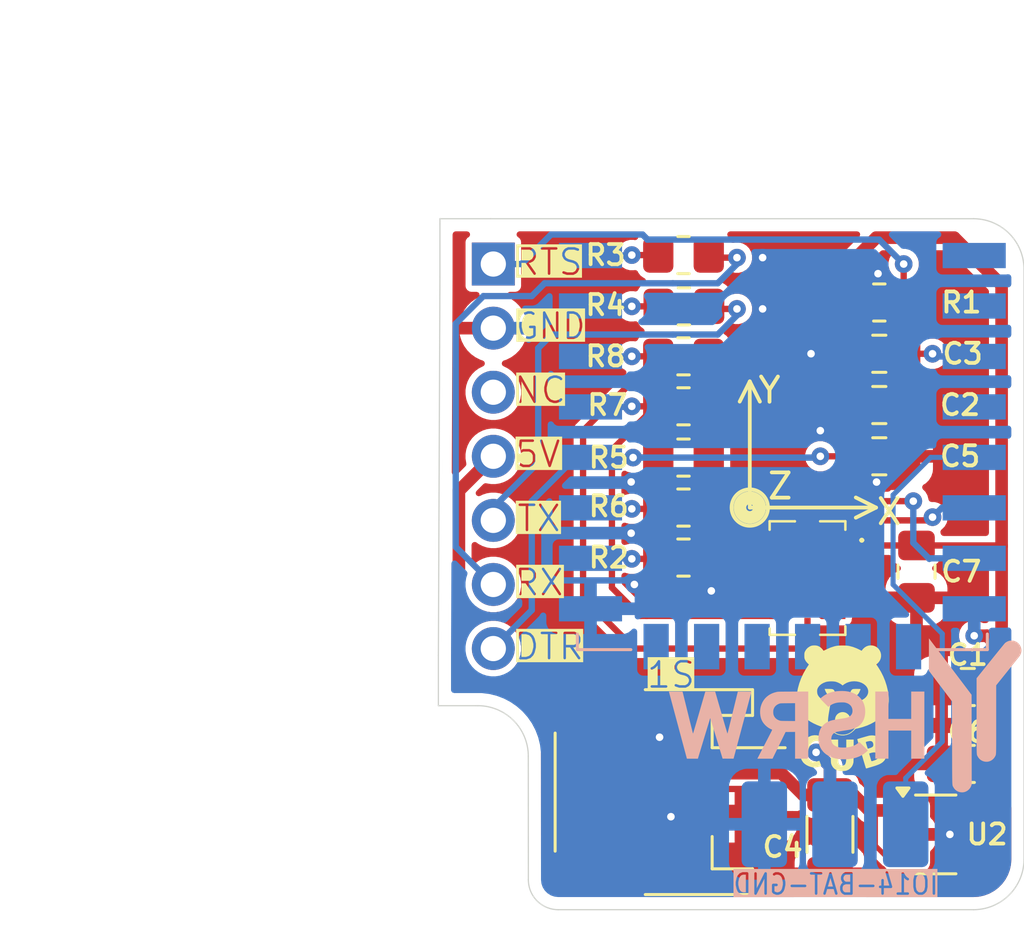
<source format=kicad_pcb>
(kicad_pcb (version 20241229) (generator "pcbnew") (generator_version "9.0")
  (title_block (comment 4 "AISLER Project ID: EQVITUXY"))
  (layers (0 "F.Cu" signal) (2 "B.Cu" signal) (13 "F.Paste" user) (15 "B.Paste" user) (5 "F.SilkS" user "F.Silkscreen") (7 "B.SilkS" user "B.Silkscreen") (1 "F.Mask" user) (3 "B.Mask" user) (25 "Edge.Cuts" user))
  (net 0 "")
  (net 1 "RTS")
  (net 2 "GND")
  (net 3 "DTR")
  (net 4 "+3V3")
  (net 5 "5VFTDI")
  (net 9 "SDA")
  (net 10 "SCL")
  (net 12 "INT_ACC")
  (net 13 "INT_GYR")
  (net 15 "RX")
  (net 16 "TX")
  (net 17 "Net-(U1-GPIO1{slash}TXD)")
  (net 18 "Net-(U1-GPIO3{slash}RXD)")
  (net 19 "Net-(U1-GPIO2)")
  (net 20 "Net-(U1-GPIO15)")
  (net 24 "PWM")
  (footprint "Capacitor_SMD:C_0805_2012Metric_Pad1.18x1.45mm_HandSolder" (layer "F.Cu") (at 165.4048 102.616)
    (property "Reference" "C5" (at 3.2004 0 0) (layer "F.SilkS") (effects (font (size 0.8 0.8))))
    (property "Value" "1u")
    (pad "1" smd roundrect (at -1.0375 0) (size 1.175 1.45) (layers "F.Cu" "F.Mask" "F.Paste") (roundrect_rratio 0.212766) (net 3 "DTR"))
    (pad "2" smd roundrect (at 1.0375 0) (size 1.175 1.45) (layers "F.Cu" "F.Mask" "F.Paste") (roundrect_rratio 0.212766) (net 2 "GND"))
  )
  (footprint "Resistor_SMD:R_0805_2012Metric_Pad1.20x1.40mm_HandSolder" (layer "F.Cu") (at 157.6484 94.6404)
    (property "Reference" "R3" (at -3.0894 0 0) (layer "F.SilkS") (effects (font (size 0.8 0.8))))
    (property "Value" "470R")
    (pad "1" smd roundrect (at -1 0) (size 1.2 1.4) (layers "F.Cu" "F.Mask" "F.Paste") (roundrect_rratio 0.208333) (net 17 "Net-(U1-GPIO1{slash}TXD)"))
    (pad "2" smd roundrect (at 1 0) (size 1.2 1.4) (layers "F.Cu" "F.Mask" "F.Paste") (roundrect_rratio 0.208333) (net 15 "RX"))
  )
  (footprint "Capacitor_SMD:C_0805_2012Metric_Pad1.18x1.45mm_HandSolder" (layer "F.Cu") (at 166.878 107.188 -90)
    (property "Reference" "C7" (at 0 -1.778 180) (layer "F.SilkS") (effects (font (size 0.8 0.8))))
    (property "Value" "1u")
    (pad "1" smd roundrect (at -1.0375 0 270) (size 1.175 1.45) (layers "F.Cu" "F.Mask" "F.Paste") (roundrect_rratio 0.212766) (net 4 "+3V3"))
    (pad "2" smd roundrect (at 1.0375 0 270) (size 1.175 1.45) (layers "F.Cu" "F.Mask" "F.Paste") (roundrect_rratio 0.212766) (net 2 "GND"))
  )
  (footprint "Resistor_SMD:R_0805_2012Metric_Pad1.20x1.40mm_HandSolder" (layer "F.Cu") (at 157.6484 98.6536 180)
    (property "Reference" "R8" (at 3.0894 0 0) (layer "F.SilkS") (effects (font (size 0.8 0.8))))
    (property "Value" "10k")
    (pad "1" smd roundrect (at -1 0 180) (size 1.2 1.4) (layers "F.Cu" "F.Mask" "F.Paste") (roundrect_rratio 0.208333) (net 4 "+3V3"))
    (pad "2" smd roundrect (at 1 0 180) (size 1.2 1.4) (layers "F.Cu" "F.Mask" "F.Paste") (roundrect_rratio 0.208333) (net 10 "SCL"))
  )
  (footprint "Resistor_SMD:R_0805_2012Metric_Pad1.20x1.40mm_HandSolder" (layer "F.Cu") (at 157.6644 96.6724)
    (property "Reference" "R4" (at -3.1054 -0.0508 0) (layer "F.SilkS") (effects (font (size 0.8 0.8))))
    (property "Value" "470R")
    (pad "1" smd roundrect (at -1 0) (size 1.2 1.4) (layers "F.Cu" "F.Mask" "F.Paste") (roundrect_rratio 0.208333) (net 18 "Net-(U1-GPIO3{slash}RXD)"))
    (pad "2" smd roundrect (at 1 0) (size 1.2 1.4) (layers "F.Cu" "F.Mask" "F.Paste") (roundrect_rratio 0.208333) (net 16 "TX"))
  )
  (footprint "Capacitor_SMD:C_1206_3216Metric_Pad1.33x1.80mm_HandSolder" (layer "F.Cu") (at 163.45 117.6 -90)
    (property "Reference" "C4" (at 0.5 1.8736 0) (layer "F.SilkS") (effects (font (size 0.8 0.8))))
    (property "Value" "10u")
    (pad "1" smd roundrect (at -1.5625 0 270) (size 1.325 1.8) (layers "F.Cu" "F.Mask" "F.Paste") (roundrect_rratio 0.188679) (net 5 "5VFTDI"))
    (pad "2" smd roundrect (at 1.5625 0 270) (size 1.325 1.8) (layers "F.Cu" "F.Mask" "F.Paste") (roundrect_rratio 0.188679) (net 2 "GND"))
  )
  (footprint "Package_TO_SOT_SMD:SOT-23-5" (layer "F.Cu") (at 167.64 117.602)
    (property "Reference" "U2" (at 2.032 0 0) (layer "F.SilkS") (effects (font (size 0.8 0.8))))
    (property "Value" "TLV755P")
    (pad "1" smd roundrect (at -1.1375 -0.95) (size 1.325 0.6) (layers "F.Cu" "F.Mask" "F.Paste") (net 5 "5VFTDI"))
    (pad "2" smd roundrect (at -1.1375 0) (size 1.325 0.6) (layers "F.Cu" "F.Mask" "F.Paste") (net 2 "GND"))
    (pad "3" smd roundrect (at -1.1375 0.95) (size 1.325 0.6) (layers "F.Cu" "F.Mask" "F.Paste") (net 5 "5VFTDI"))
    (pad "4" smd roundrect (at 1.1375 0.95) (size 1.325 0.6) (layers "F.Cu" "F.Mask" "F.Paste"))
    (pad "5" smd roundrect (at 1.1375 -0.95) (size 1.325 0.6) (layers "F.Cu" "F.Mask" "F.Paste") (net 4 "+3V3"))
  )
  (footprint "01_MyLibrary:hsrwBS" (layer "F.Cu") (at 164.05 113.03)
    (property "Reference" "GL2" (hide yes))
    (property "Value" "~" (hide yes))
  )
  (footprint "Capacitor_SMD:C_0805_2012Metric_Pad1.18x1.45mm_HandSolder" (layer "F.Cu") (at 168.91 111.76 180)
    (property "Reference" "C1" (at 0 1.27 180) (layer "F.SilkS") (effects (font (size 0.8 0.8))))
    (property "Value" "1u")
    (pad "1" smd roundrect (at -1.0375 0 180) (size 1.175 1.45) (layers "F.Cu" "F.Mask" "F.Paste") (roundrect_rratio 0.212766) (net 4 "+3V3"))
    (pad "2" smd roundrect (at 1.0375 0 180) (size 1.175 1.45) (layers "F.Cu" "F.Mask" "F.Paste") (roundrect_rratio 0.212766) (net 2 "GND"))
  )
  (footprint "Connector_PinHeader_2.54mm:PinHeader_1x07_P2.54mm_Vertical" (layer "F.Cu") (at 150.114 94.996)
    (property "Reference" "J1" (hide yes))
    (property "Value" "FTDI")
    (pad "1" thru_hole rect (at 0 0) (size 1.7 1.7) (drill 1) (layers "*.Cu" "*.Mask") (net 1 "RTS"))
    (pad "2" thru_hole oval (at 0 2.54) (size 1.7 1.7) (drill 1) (layers "*.Cu" "*.Mask") (net 2 "GND"))
    (pad "3" thru_hole oval (at 0 5.08) (size 1.7 1.7) (drill 1) (layers "*.Cu" "*.Mask"))
    (pad "4" thru_hole oval (at 0 7.62) (size 1.7 1.7) (drill 1) (layers "*.Cu" "*.Mask") (net 5 "5VFTDI"))
    (pad "5" thru_hole oval (at 0 10.16) (size 1.7 1.7) (drill 1) (layers "*.Cu" "*.Mask") (net 16 "TX"))
    (pad "6" thru_hole oval (at 0 12.7) (size 1.7 1.7) (drill 1) (layers "*.Cu" "*.Mask") (net 15 "RX"))
    (pad "7" thru_hole oval (at 0 15.24) (size 1.7 1.7) (drill 1) (layers "*.Cu" "*.Mask") (net 3 "DTR"))
  )
  (footprint "Capacitor_SMD:C_0805_2012Metric_Pad1.18x1.45mm_HandSolder" (layer "F.Cu") (at 165.4048 100.584)
    (property "Reference" "C2" (at 3.2004 0 0) (layer "F.SilkS") (effects (font (size 0.8 0.8))))
    (property "Value" "1u")
    (pad "1" smd roundrect (at -1.0375 0) (size 1.175 1.45) (layers "F.Cu" "F.Mask" "F.Paste") (roundrect_rratio 0.212766) (net 3 "DTR"))
    (pad "2" smd roundrect (at 1.0375 0) (size 1.175 1.45) (layers "F.Cu" "F.Mask" "F.Paste") (roundrect_rratio 0.212766) (net 1 "RTS"))
  )
  (footprint "01_MyLibrary:CUB_tag" (layer "F.Cu") (at 163.95 112.6)
    (property "Reference" "GL1" (hide yes))
    (property "Value" "~" (hide yes))
  )
  (footprint "Resistor_SMD:R_0805_2012Metric_Pad1.20x1.40mm_HandSolder" (layer "F.Cu") (at 157.6484 102.6668 180)
    (property "Reference" "R5" (at 2.9624 0 0) (layer "F.SilkS") (effects (font (size 0.8 0.8))))
    (property "Value" "10k")
    (pad "1" smd roundrect (at -1 0 180) (size 1.2 1.4) (layers "F.Cu" "F.Mask" "F.Paste") (roundrect_rratio 0.208333) (net 4 "+3V3"))
    (pad "2" smd roundrect (at 1 0 180) (size 1.2 1.4) (layers "F.Cu" "F.Mask" "F.Paste") (roundrect_rratio 0.208333) (net 3 "DTR"))
  )
  (footprint "Resistor_SMD:R_0805_2012Metric_Pad1.20x1.40mm_HandSolder" (layer "F.Cu") (at 157.6484 104.648 180)
    (property "Reference" "R6" (at 2.9624 0.0508 0) (layer "F.SilkS") (effects (font (size 0.8 0.8))))
    (property "Value" "10k")
    (pad "1" smd roundrect (at -1 0 180) (size 1.2 1.4) (layers "F.Cu" "F.Mask" "F.Paste") (roundrect_rratio 0.208333) (net 4 "+3V3"))
    (pad "2" smd roundrect (at 1 0 180) (size 1.2 1.4) (layers "F.Cu" "F.Mask" "F.Paste") (roundrect_rratio 0.208333) (net 19 "Net-(U1-GPIO2)"))
  )
  (footprint "01_MyLibrary:BMI088" (layer "F.Cu") (at 162.56 107.442 -90)
    (property "Reference" "IC1" (hide yes))
    (property "Value" "BMI088" (hide yes))
    (pad "1" smd rect (at -1.5 -1.165 270) (size 0.25 0.675) (layers "F.Cu" "F.Mask" "F.Paste"))
    (pad "2" smd rect (at -1 -1.165 270) (size 0.25 0.675) (layers "F.Cu" "F.Mask" "F.Paste"))
    (pad "3" smd rect (at -0.5 -1.165 270) (size 0.25 0.675) (layers "F.Cu" "F.Mask" "F.Paste") (net 4 "+3V3"))
    (pad "4" smd rect (at 0 -1.165 270) (size 0.25 0.675) (layers "F.Cu" "F.Mask" "F.Paste") (net 2 "GND"))
    (pad "5" smd rect (at 0.5 -1.165 270) (size 0.25 0.675) (layers "F.Cu" "F.Mask" "F.Paste"))
    (pad "6" smd rect (at 1 -1.165 270) (size 0.25 0.675) (layers "F.Cu" "F.Mask" "F.Paste") (net 2 "GND"))
    (pad "7" smd rect (at 1.5 -1.165 270) (size 0.25 0.675) (layers "F.Cu" "F.Mask" "F.Paste") (net 4 "+3V3"))
    (pad "8" smd rect (at 1.915 0) (size 0.25 0.675) (layers "F.Cu" "F.Mask" "F.Paste") (net 10 "SCL"))
    (pad "9" smd rect (at 1.5 1.165 270) (size 0.25 0.675) (layers "F.Cu" "F.Mask" "F.Paste") (net 9 "SDA"))
    (pad "10" smd rect (at 1 1.165 270) (size 0.25 0.675) (layers "F.Cu" "F.Mask" "F.Paste") (net 4 "+3V3"))
    (pad "11" smd rect (at 0.5 1.165 270) (size 0.25 0.675) (layers "F.Cu" "F.Mask" "F.Paste") (net 4 "+3V3"))
    (pad "12" smd rect (at 0 1.165 270) (size 0.25 0.675) (layers "F.Cu" "F.Mask" "F.Paste") (net 13 "INT_GYR"))
    (pad "13" smd rect (at -0.5 1.165 270) (size 0.25 0.675) (layers "F.Cu" "F.Mask" "F.Paste"))
    (pad "14" smd rect (at -1 1.165 270) (size 0.25 0.675) (layers "F.Cu" "F.Mask" "F.Paste") (net 4 "+3V3"))
    (pad "15" smd rect (at -1.5 1.165 270) (size 0.25 0.675) (layers "F.Cu" "F.Mask" "F.Paste") (net 4 "+3V3"))
    (pad "16" smd rect (at -1.915 0) (size 0.25 0.675) (layers "F.Cu" "F.Mask" "F.Paste") (net 12 "INT_ACC"))
  )
  (footprint "Resistor_SMD:R_0805_2012Metric_Pad1.20x1.40mm_HandSolder" (layer "F.Cu") (at 157.6484 100.6348 180)
    (property "Reference" "R7" (at 3.0132 0.0508 0) (layer "F.SilkS") (effects (font (size 0.8 0.8))))
    (property "Value" "10k")
    (pad "1" smd roundrect (at -1 0 180) (size 1.2 1.4) (layers "F.Cu" "F.Mask" "F.Paste") (roundrect_rratio 0.208333) (net 4 "+3V3"))
    (pad "2" smd roundrect (at 1 0 180) (size 1.2 1.4) (layers "F.Cu" "F.Mask" "F.Paste") (roundrect_rratio 0.208333) (net 9 "SDA"))
  )
  (footprint "Connector_JST:JST_PH_S2B-PH-SM4-TB_1x02-1MP_P2.00mm_Horizontal" (layer "F.Cu") (at 157.0736 115.9256 -90)
    (property "Reference" "J2" (hide yes))
    (property "Value" "Conn_01x02")
    (pad "1" smd roundrect (at -1 -2.85 270) (size 1 3.5) (layers "F.Cu" "F.Mask" "F.Paste") (net 5 "5VFTDI"))
    (pad "2" smd roundrect (at 1 -2.85 270) (size 1 3.5) (layers "F.Cu" "F.Mask" "F.Paste") (net 2 "GND"))
    (pad "MP" smd roundrect (at -3.35 2.9 270) (size 1.5 3.4) (layers "F.Cu" "F.Mask" "F.Paste") (roundrect_rratio 0.166667))
    (pad "MP" smd roundrect (at 3.35 2.9 270) (size 1.5 3.4) (layers "F.Cu" "F.Mask" "F.Paste") (roundrect_rratio 0.166667))
  )
  (footprint "Capacitor_SMD:C_0805_2012Metric_Pad1.18x1.45mm_HandSolder" (layer "F.Cu") (at 165.4048 98.552 180)
    (property "Reference" "C3" (at -3.302 0 0) (layer "F.SilkS") (effects (font (size 0.8 0.8))))
    (property "Value" "1u")
    (pad "1" smd roundrect (at -1.0375 0 180) (size 1.175 1.45) (layers "F.Cu" "F.Mask" "F.Paste") (roundrect_rratio 0.212766) (net 1 "RTS"))
    (pad "2" smd roundrect (at 1.0375 0 180) (size 1.175 1.45) (layers "F.Cu" "F.Mask" "F.Paste") (roundrect_rratio 0.212766) (net 2 "GND"))
  )
  (footprint "Resistor_SMD:R_0805_2012Metric_Pad1.20x1.40mm_HandSolder" (layer "F.Cu") (at 157.6484 106.6292)
    (property "Reference" "R2" (at -2.9624 0 0) (layer "F.SilkS") (effects (font (size 0.8 0.8))))
    (property "Value" "10k")
    (pad "1" smd roundrect (at -1 0) (size 1.2 1.4) (layers "F.Cu" "F.Mask" "F.Paste") (roundrect_rratio 0.208333) (net 20 "Net-(U1-GPIO15)"))
    (pad "2" smd roundrect (at 1 0) (size 1.2 1.4) (layers "F.Cu" "F.Mask" "F.Paste") (roundrect_rratio 0.208333) (net 2 "GND"))
  )
  (footprint "Resistor_SMD:R_0805_2012Metric_Pad1.20x1.40mm_HandSolder" (layer "F.Cu") (at 165.4048 96.52)
    (property "Reference" "R1" (at 3.2512 0 0) (layer "F.SilkS") (effects (font (size 0.8 0.8))))
    (property "Value" "10k")
    (pad "1" smd roundrect (at -1 0) (size 1.2 1.4) (layers "F.Cu" "F.Mask" "F.Paste") (roundrect_rratio 0.208333) (net 4 "+3V3"))
    (pad "2" smd roundrect (at 1 0) (size 1.2 1.4) (layers "F.Cu" "F.Mask" "F.Paste") (roundrect_rratio 0.208333) (net 1 "RTS"))
  )
  (footprint "Capacitor_SMD:C_0805_2012Metric_Pad1.18x1.45mm_HandSolder" (layer "F.Cu") (at 168.91 114.808 180)
    (property "Reference" "C6" (at 0 1.27 180) (layer "F.SilkS") (effects (font (size 0.8 0.8))))
    (property "Value" "1u")
    (pad "1" smd roundrect (at -1.0375 0 180) (size 1.175 1.45) (layers "F.Cu" "F.Mask" "F.Paste") (roundrect_rratio 0.212766) (net 4 "+3V3"))
    (pad "2" smd roundrect (at 1.0375 0 180) (size 1.175 1.45) (layers "F.Cu" "F.Mask" "F.Paste") (roundrect_rratio 0.212766) (net 2 "GND"))
  )
  (footprint "RF_Module:ESP-12E" (layer "B.Cu") (at 161.564 98.159 180)
    (property "Reference" "U1" (hide yes))
    (property "Value" "ESP-12F")
    (pad "1" smd rect (at -7.6 3.5 180) (size 2.5 1) (layers "B.Cu" "B.Mask" "B.Paste"))
    (pad "2" smd rect (at -7.6 1.5 180) (size 2.5 1) (layers "B.Cu" "B.Mask" "B.Paste"))
    (pad "3" smd rect (at -7.6 -0.5 180) (size 2.5 1) (layers "B.Cu" "B.Mask" "B.Paste") (net 1 "RTS"))
    (pad "4" smd rect (at -7.6 -2.5 180) (size 2.5 1) (layers "B.Cu" "B.Mask" "B.Paste"))
    (pad "5" smd rect (at -7.6 -4.5 180) (size 2.5 1) (layers "B.Cu" "B.Mask" "B.Paste") (net 24 "PWM"))
    (pad "6" smd rect (at -7.6 -6.5 180) (size 2.5 1) (layers "B.Cu" "B.Mask" "B.Paste") (net 12 "INT_ACC"))
    (pad "7" smd rect (at -7.6 -8.5 180) (size 2.5 1) (layers "B.Cu" "B.Mask" "B.Paste") (net 13 "INT_GYR"))
    (pad "8" smd rect (at -7.6 -10.5 180) (size 2.5 1) (layers "B.Cu" "B.Mask" "B.Paste") (net 4 "+3V3"))
    (pad "9" smd rect (at -5 -12 180) (size 1 1.8) (layers "B.Cu" "B.Mask" "B.Paste"))
    (pad "10" smd rect (at -3 -12 180) (size 1 1.8) (layers "B.Cu" "B.Mask" "B.Paste"))
    (pad "11" smd rect (at -1 -12 180) (size 1 1.8) (layers "B.Cu" "B.Mask" "B.Paste"))
    (pad "12" smd rect (at 1 -12 180) (size 1 1.8) (layers "B.Cu" "B.Mask" "B.Paste"))
    (pad "13" smd rect (at 3 -12 180) (size 1 1.8) (layers "B.Cu" "B.Mask" "B.Paste"))
    (pad "14" smd rect (at 5 -12 180) (size 1 1.8) (layers "B.Cu" "B.Mask" "B.Paste"))
    (pad "15" smd rect (at 7.6 -10.5 180) (size 2.5 1) (layers "B.Cu" "B.Mask" "B.Paste") (net 2 "GND"))
    (pad "16" smd rect (at 7.6 -8.5 180) (size 2.5 1) (layers "B.Cu" "B.Mask" "B.Paste") (net 20 "Net-(U1-GPIO15)"))
    (pad "17" smd rect (at 7.6 -6.5 180) (size 2.5 1) (layers "B.Cu" "B.Mask" "B.Paste") (net 19 "Net-(U1-GPIO2)"))
    (pad "18" smd rect (at 7.6 -4.5 180) (size 2.5 1) (layers "B.Cu" "B.Mask" "B.Paste") (net 3 "DTR"))
    (pad "19" smd rect (at 7.6 -2.5 180) (size 2.5 1) (layers "B.Cu" "B.Mask" "B.Paste") (net 9 "SDA"))
    (pad "20" smd rect (at 7.6 -0.5 180) (size 2.5 1) (layers "B.Cu" "B.Mask" "B.Paste") (net 10 "SCL"))
    (pad "21" smd rect (at 7.6 1.5 180) (size 2.5 1) (layers "B.Cu" "B.Mask" "B.Paste") (net 18 "Net-(U1-GPIO3{slash}RXD)"))
    (pad "22" smd rect (at 7.6 3.5 180) (size 2.5 1) (layers "B.Cu" "B.Mask" "B.Paste") (net 17 "Net-(U1-GPIO1{slash}TXD)"))
    (zone (net 0) (net_name "") (layers "F.Cu" "B.Cu") (connect_pads (clearance 0)) (min_thickness 0.254)
      (keepout (tracks not_allowed) (vias not_allowed) (pads not_allowed) (copperpour not_allowed) (footprints not_allowed))
      (fill (thermal_gap 0.508) (thermal_bridge_width 0.508))
      (polygon (pts (xy 169.684 93.359) (xy 153.444 93.359) (xy 153.444 86.039) (xy 169.684 86.039)))
    )
  )
  (footprint "TestPoint:TestPoint_Keystone_5015_Micro_Mini" (layer "B.Cu") (at 160.85 117.2 -90)
    (property "Reference" "J6" (hide yes))
    (property "Value" "Conn_01x01")
    (pad "1" smd roundrect (at 0 0 270) (size 3.4 1.8) (layers "B.Cu" "B.Mask" "B.Paste") (roundrect_rratio 0.1388888889) (net 2 "GND"))
  )
  (footprint "TestPoint:TestPoint_Keystone_5015_Micro_Mini" (layer "B.Cu") (at 163.65 117.2 -90)
    (property "Reference" "J3" (hide yes))
    (property "Value" "Conn_01x01")
    (pad "1" smd roundrect (at 0 0 270) (size 3.4 1.8) (layers "B.Cu" "B.Mask" "B.Paste") (roundrect_rratio 0.1388888889) (net 5 "5VFTDI"))
  )
  (footprint "TestPoint:TestPoint_Keystone_5015_Micro_Mini" (layer "B.Cu") (at 166.45 117.2 -90)
    (property "Reference" "J4" (hide yes))
    (property "Value" "Conn_01x01")
    (pad "1" smd roundrect (at 0 0 270) (size 3.4 1.8) (layers "B.Cu" "B.Mask" "B.Paste") (roundrect_rratio 0.1388888889) (net 24 "PWM"))
  )
  (gr_circle (center 160.274 104.648) (end 160.374 104.548) (stroke (width 0.5)) (fill no) (layer "F.SilkS"))
  (gr_line (start 160.274 99.648) (end 160.674 100.448) (stroke (width 0.15)) (layer "F.SilkS"))
  (gr_line (start 165.274 104.648) (end 164.474 104.248) (stroke (width 0.15)) (layer "F.SilkS"))
  (gr_line (start 160.274 104.648) (end 165.274 104.648) (stroke (width 0.15)) (layer "F.SilkS"))
  (gr_line (start 165.274 104.648) (end 164.474 105.048) (stroke (width 0.15)) (layer "F.SilkS"))
  (gr_line (start 160.274 104.648) (end 160.274 99.648) (stroke (width 0.15)) (layer "F.SilkS"))
  (gr_line (start 160.274 99.648) (end 159.874 100.448) (stroke (width 0.15)) (layer "F.SilkS"))
  (gr_circle (center 160.274 104.648) (end 160.274 103.92689) (stroke (width 0.15)) (fill no) (layer "F.SilkS"))
  (gr_line (start 171.135786 118.585786) (end 171.135786 95.192517) (stroke (width 0.05)) (layer "Edge.Cuts"))
  (gr_line (start 150 93.2) (end 148 93.2) (stroke (width 0.05)) (layer "Edge.Cuts"))
  (gr_arc (start 149.5 112.5) (mid 150.914214 113.085786) (end 151.5 114.5) (stroke (width 0.05)) (layer "Edge.Cuts"))
  (gr_line (start 148 95.5) (end 147.938448 110.5) (stroke (width 0.05)) (layer "Edge.Cuts"))
  (gr_arc (start 171.135786 118.585786) (mid 170.55 120) (end 169.135786 120.585786) (stroke (width 0.05)) (layer "Edge.Cuts"))
  (gr_arc (start 169.135786 93.2) (mid 170.55 93.785786) (end 171.135786 95.2) (stroke (width 0.05)) (layer "Edge.Cuts"))
  (gr_line (start 147.938448 110.5) (end 147.938448 112.5) (stroke (width 0.05)) (layer "Edge.Cuts"))
  (gr_arc (start 152.688477 120.585786) (mid 151.85 120.238477) (end 151.502691 119.4) (stroke (width 0.05)) (layer "Edge.Cuts"))
  (gr_line (start 152.6885 120.585786) (end 169.135786 120.585786) (stroke (width 0.05)) (layer "Edge.Cuts"))
  (gr_line (start 169.135786 93.2) (end 150 93.2) (stroke (width 0.05)) (layer "Edge.Cuts"))
  (gr_line (start 148 93.4) (end 148 93.2) (stroke (width 0.05)) (layer "Edge.Cuts"))
  (gr_line (start 151.5 114.5) (end 151.502714 119.4) (stroke (width 0.05)) (layer "Edge.Cuts"))
  (gr_line (start 147.938448 112.5) (end 149.5 112.5) (stroke (width 0.05)) (layer "Edge.Cuts"))
  (gr_line (start 148 93.4) (end 148 95.5) (stroke (width 0.05)) (layer "Edge.Cuts"))
  (gr_text "DTR" (at 150.876 110.744 0) (layer "F.SilkS" knockout) (effects (font (size 1 1) (thickness 0.1)) (justify left bottom)))
  (gr_text "5V" (at 150.9 103.124 0) (layer "F.SilkS" knockout) (effects (font (size 1 1) (thickness 0.1)) (justify left bottom)))
  (gr_text "RTS" (at 150.876 95.504 0) (layer "F.SilkS" knockout) (effects (font (size 1 1) (thickness 0.1)) (justify left bottom)))
  (gr_text "NC" (at 150.876 100.584 0) (layer "F.SilkS" knockout) (effects (font (size 1 1) (thickness 0.1)) (justify left bottom)))
  (gr_text "1S" (at 156.1336 111.8656 0) (layer "F.SilkS" knockout) (effects (font (size 1 1) (thickness 0.1)) (justify left bottom)))
  (gr_text "TX" (at 151 105.664 0) (layer "F.SilkS" knockout) (effects (font (size 1 1) (thickness 0.1)) (justify left bottom)))
  (gr_text "RX" (at 150.876 108.204 0) (layer "F.SilkS" knockout) (effects (font (size 1 1) (thickness 0.1)) (justify left bottom)))
  (gr_text "Y" (at 160.528 100.584 0) (layer "F.SilkS") (effects (font (size 1 1)) (justify left bottom)))
  (gr_text "X" (at 166.37 104.14 180) (layer "F.SilkS") (effects (font (size 1 1)) (justify left bottom)))
  (gr_text "Z" (at 162.052 103.124 180) (layer "F.SilkS") (effects (font (size 1 1)) (justify left bottom)))
  (gr_text "GND" (at 150.95 98.044 0) (layer "F.SilkS" knockout) (effects (font (size 1 0.9) (thickness 0.1)) (justify left bottom)))
  (gr_text "IO14-BAT-GND" (at 167.8 120.05 0) (layer "B.SilkS" knockout) (effects (font (size 0.8 0.7) (thickness 0.1)) (justify left bottom mirror)))
  (segment (start 167.513 98.552) (end 166.4423 98.552) (width 0.25) (layer "F.Cu") (net 1))
  (segment (start 166.4423 100.584) (end 166.4423 98.552) (width 0.25) (layer "F.Cu") (net 1))
  (segment (start 166.4423 96.5575) (end 166.4048 96.52) (width 0.25) (layer "F.Cu") (net 1))
  (segment (start 166.4423 98.552) (end 166.4423 96.5575) (width 0.25) (layer "F.Cu") (net 1))
  (segment (start 166.37 96.4852) (end 166.4048 96.52) (width 0.25) (layer "F.Cu") (net 1))
  (segment (start 166.37 94.996) (end 166.37 96.4852) (width 0.25) (layer "F.Cu") (net 1))
  (via (at 167.513 98.552) (size 0.7) (drill 0.3) (layers "F.Cu" "B.Cu") (net 1))
  (via (at 166.37 94.996) (size 0.7) (drill 0.3) (layers "F.Cu" "B.Cu") (net 1))
  (segment (start 167.64 98.552) (end 167.747 98.659) (width 0.25) (layer "B.Cu") (net 1))
  (segment (start 156.026 93.826) (end 152.4 93.826) (width 0.25) (layer "B.Cu") (net 1))
  (segment (start 151.23 94.996) (end 150.114 94.996) (width 0.25) (layer "B.Cu") (net 1))
  (segment (start 156.21 94.01) (end 156.026 93.826) (width 0.25) (layer "B.Cu") (net 1))
  (segment (start 167.747 98.659) (end 169.164 98.659) (width 0.25) (layer "B.Cu") (net 1))
  (segment (start 166.37 94.996) (end 165.4 94.026) (width 0.25) (layer "B.Cu") (net 1))
  (segment (start 152.4 93.826) (end 151.23 94.996) (width 0.25) (layer "B.Cu") (net 1))
  (segment (start 165.4 94.026) (end 156.21 94.026) (width 0.25) (layer "B.Cu") (net 1))
  (segment (start 167.513 98.552) (end 167.64 98.552) (width 0.25) (layer "B.Cu") (net 1))
  (segment (start 156.21 94.026) (end 156.21 94.01) (width 0.25) (layer "B.Cu") (net 1))
  (segment (start 164.592 107.442) (end 165.3755 108.2255) (width 0.25) (layer "F.Cu") (net 2))
  (segment (start 161.9756 116.9256) (end 159.9236 116.9256) (width 0.5) (layer "F.Cu") (net 2))
  (segment (start 158.6484 106.6292) (end 158.6484 107.8484) (width 0.5) (layer "F.Cu") (net 2))
  (segment (start 163.45 119.1625) (end 163.45 118.4) (width 0.5) (layer "F.Cu") (net 2))
  (segment (start 164.3673 98.552) (end 162.702 98.552) (width 0.5) (layer "F.Cu") (net 2))
  (segment (start 165.3755 108.2255) (end 166.878 108.2255) (width 0.25) (layer "F.Cu") (net 2))
  (segment (start 162.702 98.552) (end 162.7 98.55) (width 0.5) (layer "F.Cu") (net 2))
  (segment (start 166.135 103.7) (end 166.4423 103.3927) (width 0.5) (layer "F.Cu") (net 2))
  (segment (start 159.9236 116.9256) (end 157.1756 116.9256) (width 0.5) (layer "F.Cu") (net 2))
  (segment (start 158.6484 107.8484) (end 158.75 107.95) (width 0.5) (layer "F.Cu") (net 2))
  (segment (start 163.45 118.4) (end 161.9756 116.9256) (width 0.5) (layer "F.Cu") (net 2))
  (segment (start 166.4423 103.3927) (end 166.4423 102.616) (width 0.5) (layer "F.Cu") (net 2))
  (segment (start 166.5025 117.602) (end 168.2 117.602) (width 0.5) (layer "F.Cu") (net 2))
  (segment (start 165.295944 103.636833) (end 165.359111 103.7) (width 0.5) (layer "F.Cu") (net 2))
  (segment (start 165.359111 103.7) (end 166.135 103.7) (width 0.5) (layer "F.Cu") (net 2))
  (segment (start 163.725 107.442) (end 164.592 107.442) (width 0.25) (layer "F.Cu") (net 2))
  (segment (start 157.1756 116.9256) (end 157.15 116.9) (width 0.5) (layer "F.Cu") (net 2))
  (via (at 165.354 95.377) (size 0.7) (drill 0.3) (layers "F.Cu" "B.Cu") (net 2))
  (via (at 158.75 107.95) (size 0.7) (drill 0.3) (layers "F.Cu" "B.Cu") (net 2))
  (via (at 155.575 105.664) (size 0.7) (drill 0.3) (layers "F.Cu" "B.Cu") (net 2))
  (via (at 165.295944 103.636833) (size 0.7) (drill 0.3) (layers "F.Cu" "B.Cu") (net 2))
  (via (at 160.782 96.774) (size 0.7) (drill 0.3) (layers "F.Cu" "B.Cu") (net 2))
  (via (at 155.702 107.696) (size 0.7) (drill 0.3) (layers "F.Cu" "B.Cu") (net 2))
  (via (at 160.782 94.742) (size 0.7) (drill 0.3) (layers "F.Cu" "B.Cu") (net 2))
  (via (at 156.7 113.75) (size 0.7) (drill 0.3) (layers "F.Cu" "B.Cu") (net 2))
  (via (at 155.575 103.632) (size 0.7) (drill 0.3) (layers "F.Cu" "B.Cu") (net 2))
  (via (at 162.7 98.55) (size 0.7) (drill 0.3) (layers "F.Cu" "B.Cu") (net 2))
  (via (at 157.15 116.9) (size 0.7) (drill 0.3) (layers "F.Cu" "B.Cu") (net 2))
  (via (at 163.068 101.6) (size 0.7) (drill 0.3) (layers "F.Cu" "B.Cu") (net 2))
  (via (at 168.2 117.602) (size 0.7) (drill 0.3) (layers "F.Cu" "B.Cu") (net 2))
  (segment (start 163.068 102.616) (end 164.3673 102.616) (width 0.25) (layer "F.Cu") (net 3))
  (segment (start 164.3673 102.616) (end 164.3673 100.584) (width 0.25) (layer "F.Cu") (net 3))
  (segment (start 155.6512 102.6668) (end 156.6484 102.6668) (width 0.25) (layer "F.Cu") (net 3))
  (via (at 155.6512 102.6668) (size 0.7) (drill 0.3) (layers "F.Cu" "B.Cu") (net 3))
  (via (at 163.068 102.616) (size 0.7) (drill 0.3) (layers "F.Cu" "B.Cu") (net 3))
  (segment (start 150.114 110.236) (end 151.638 108.712) (width 0.25) (layer "B.Cu") (net 3))
  (segment (start 155.6434 102.659) (end 155.6512 102.6668) (width 0.25) (layer "B.Cu") (net 3))
  (segment (start 153.373 102.659) (end 153.964 102.659) (width 0.25) (layer "B.Cu") (net 3))
  (segment (start 155.6512 102.6668) (end 163.0172 102.6668) (width 0.25) (layer "B.Cu") (net 3))
  (segment (start 151.638 108.712) (end 151.638 104.394) (width 0.25) (layer "B.Cu") (net 3))
  (segment (start 151.638 104.394) (end 153.373 102.659) (width 0.25) (layer "B.Cu") (net 3))
  (segment (start 153.964 102.659) (end 155.6434 102.659) (width 0.25) (layer "B.Cu") (net 3))
  (segment (start 163.0172 102.6668) (end 163.068 102.616) (width 0.25) (layer "B.Cu") (net 3))
  (segment (start 169.9475 111.76) (end 170.249 111.4585) (width 0.5) (layer "F.Cu") (net 4))
  (segment (start 168.7775 116.652) (end 169.5845 116.652) (width 0.5) (layer "F.Cu") (net 4))
  (segment (start 169.9475 116.289) (end 169.9475 114.808) (width 0.5) (layer "F.Cu") (net 4))
  (segment (start 164.584 106.942) (end 165.3755 106.1505) (width 0.25) (layer "F.Cu") (net 4))
  (segment (start 162.322 106.442) (end 161.395 106.442) (width 0.25) (layer "F.Cu") (net 4))
  (segment (start 162.822 106.942) (end 161.822 107.942) (width 0.25) (layer "F.Cu") (net 4))
  (segment (start 169.9475 114.808) (end 169.9475 111.76) (width 0.5) (layer "F.Cu") (net 4))
  (segment (start 163.725 106.942) (end 162.822 106.942) (width 0.25) (layer "F.Cu") (net 4))
  (segment (start 164.4048 94.8276) (end 164.4048 96.52) (width 0.5) (layer "F.Cu") (net 4))
  (segment (start 161.395 106.442) (end 161.395 105.942) (width 0.25) (layer "F.Cu") (net 4))
  (segment (start 170.249 110.305) (end 170.249 111.4585) (width 0.5) (layer "F.Cu") (net 4))
  (segment (start 170.249 95.827) (end 168.372 93.95) (width 0.5) (layer "F.Cu") (net 4))
  (segment (start 170.249 106.172) (end 170.249 95.827) (width 0.5) (layer "F.Cu") (net 4))
  (segment (start 165.2824 93.95) (end 164.4048 94.8276) (width 0.5) (layer "F.Cu") (net 4))
  (segment (start 170.249 110.305) (end 170.249 106.172) (width 0.5) (layer "F.Cu") (net 4))
  (segment (start 169.164 109.728) (end 169.672 109.728) (width 0.5) (layer "F.Cu") (net 4))
  (segment (start 163.1375 108.942) (end 162.6375 108.442) (width 0.25) (layer "F.Cu") (net 4))
  (segment (start 161.822 107.942) (end 161.395 107.942) (width 0.25) (layer "F.Cu") (net 4))
  (segment (start 162.6375 108.442) (end 161.395 108.442) (width 0.25) (layer "F.Cu") (net 4))
  (segment (start 158.6484 98.6536) (end 158.6484 104.648) (width 0.5) (layer "F.Cu") (net 4))
  (segment (start 166.878 106.1505) (end 170.2275 106.1505) (width 0.25) (layer "F.Cu") (net 4))
  (segment (start 161.395 107.942) (end 161.395 108.442) (width 0.25) (layer "F.Cu") (net 4))
  (segment (start 163.725 108.942) (end 163.1375 108.942) (width 0.25) (layer "F.Cu") (net 4))
  (segment (start 169.5845 116.652) (end 169.9475 116.289) (width 0.5) (layer "F.Cu") (net 4))
  (segment (start 164.4048 96.52) (end 162.6108 96.52) (width 0.5) (layer "F.Cu") (net 4))
  (segment (start 163.725 106.942) (end 164.584 106.942) (width 0.25) (layer "F.Cu") (net 4))
  (segment (start 160.4772 98.6536) (end 158.6484 98.6536) (width 0.5) (layer "F.Cu") (net 4))
  (segment (start 168.372 93.95) (end 165.2824 93.95) (width 0.5) (layer "F.Cu") (net 4))
  (segment (start 162.6108 96.52) (end 160.4772 98.6536) (width 0.5) (layer "F.Cu") (net 4))
  (segment (start 165.3755 106.1505) (end 166.878 106.1505) (width 0.25) (layer "F.Cu") (net 4))
  (segment (start 170.2275 106.1505) (end 170.249 106.172) (width 0.25) (layer "F.Cu") (net 4))
  (segment (start 162.822 106.942) (end 162.322 106.442) (width 0.25) (layer "F.Cu") (net 4))
  (segment (start 169.672 109.728) (end 170.249 110.305) (width 0.5) (layer "F.Cu") (net 4))
  (via (at 169.164 109.728) (size 0.7) (drill 0.3) (layers "F.Cu" "B.Cu") (net 4))
  (segment (start 169.164 109.728) (end 169.164 108.659) (width 0.5) (layer "B.Cu") (net 4))
  (segment (start 161.2756 114.9256) (end 159.9236 114.9256) (width 0.5) (layer "F.Cu") (net 5))
  (segment (start 153.575308 114.9256) (end 159.9236 114.9256) (width 0.5) (layer "F.Cu") (net 5))
  (segment (start 152.0226 112.4226) (end 152.0226 113.372892) (width 0.5) (layer "F.Cu") (net 5))
  (segment (start 166.5025 118.552) (end 165.752 118.552) (width 0.2) (layer "F.Cu") (net 5))
  (segment (start 165.002 116.652) (end 165.25 116.652) (width 0.5) (layer "F.Cu") (net 5))
  (segment (start 163.45 116.0375) (end 163.45 114.9) (width 0.5) (layer "F.Cu") (net 5))
  (segment (start 150.114 102.616) (end 148.751 103.979) (width 0.5) (layer "F.Cu") (net 5))
  (segment (start 163.45 114.9) (end 162.9 114.35) (width 0.5) (layer "F.Cu") (net 5))
  (segment (start 165.752 118.552) (end 165.25 118.05) (width 0.2) (layer "F.Cu") (net 5))
  (segment (start 165.25 116.652) (end 166.5025 116.652) (width 0.5) (layer "F.Cu") (net 5))
  (segment (start 149.242 111.65) (end 151.25 111.65) (width 0.5) (layer "F.Cu") (net 5))
  (segment (start 163.45 116.0375) (end 164.3875 116.0375) (width 0.5) (layer "F.Cu") (net 5))
  (segment (start 151.25 111.65) (end 152.0226 112.4226) (width 0.5) (layer "F.Cu") (net 5))
  (segment (start 148.751 111.159) (end 149.242 111.65) (width 0.5) (layer "F.Cu") (net 5))
  (segment (start 164.3875 116.0375) (end 165.002 116.652) (width 0.5) (layer "F.Cu") (net 5))
  (segment (start 163.45 116.0375) (end 162.3875 116.0375) (width 0.5) (layer "F.Cu") (net 5))
  (segment (start 162.3875 116.0375) (end 161.2756 114.9256) (width 0.5) (layer "F.Cu") (net 5))
  (segment (start 152.0226 113.372892) (end 153.575308 114.9256) (width 0.5) (layer "F.Cu") (net 5))
  (segment (start 165.25 118.05) (end 165.25 116.652) (width 0.2) (layer "F.Cu") (net 5))
  (segment (start 148.751 103.979) (end 148.751 111.159) (width 0.5) (layer "F.Cu") (net 5))
  (via (at 162.9 114.35) (size 0.7) (drill 0.3) (layers "F.Cu" "B.Cu") (net 5))
  (segment (start 163.45 117) (end 163.65 117.2) (width 0.5) (layer "B.Cu") (net 5))
  (segment (start 162.9 114.35) (end 163.45 114.9) (width 0.5) (layer "B.Cu") (net 5))
  (segment (start 163.45 114.9) (end 163.45 117) (width 0.5) (layer "B.Cu") (net 5))
  (segment (start 154.813 102.362) (end 156.5402 100.6348) (width 0.25) (layer "F.Cu") (net 9))
  (segment (start 154.813 107.823) (end 154.813 102.362) (width 0.25) (layer "F.Cu") (net 9))
  (segment (start 155.932 108.942) (end 154.813 107.823) (width 0.25) (layer "F.Cu") (net 9))
  (segment (start 155.6004 100.6348) (end 156.6484 100.6348) (width 0.25) (layer "F.Cu") (net 9))
  (segment (start 156.186 108.942) (end 155.932 108.942) (width 0.25) (layer "F.Cu") (net 9))
  (segment (start 161.395 108.942) (end 156.186 108.942) (width 0.25) (layer "F.Cu") (net 9))
  (segment (start 156.5402 100.6348) (end 156.6484 100.6348) (width 0.25) (layer "F.Cu") (net 9))
  (via (at 155.6004 100.6348) (size 0.7) (drill 0.3) (layers "F.Cu" "B.Cu") (net 9))
  (segment (start 155.5762 100.659) (end 155.6004 100.6348) (width 0.25) (layer "B.Cu") (net 9))
  (segment (start 153.964 100.659) (end 155.5762 100.659) (width 0.25) (layer "B.Cu") (net 9))
  (segment (start 162.56 109.982) (end 162.306 110.236) (width 0.25) (layer "F.Cu") (net 10))
  (segment (start 162.306 110.236) (end 155.702 110.236) (width 0.25) (layer "F.Cu") (net 10))
  (segment (start 155.6004 98.6536) (end 156.6484 98.6536) (width 0.25) (layer "F.Cu") (net 10))
  (segment (start 153.67 108.204) (end 153.67 101.6) (width 0.25) (layer "F.Cu") (net 10))
  (segment (start 162.56 109.357) (end 162.56 109.982) (width 0.25) (layer "F.Cu") (net 10))
  (segment (start 156.6164 98.6536) (end 156.6484 98.6536) (width 0.25) (layer "F.Cu") (net 10))
  (segment (start 153.67 101.6) (end 156.6164 98.6536) (width 0.25) (layer "F.Cu") (net 10))
  (segment (start 155.702 110.236) (end 153.67 108.204) (width 0.25) (layer "F.Cu") (net 10))
  (via (at 155.6004 98.6536) (size 0.7) (drill 0.3) (layers "F.Cu" "B.Cu") (net 10))
  (segment (start 155.595 98.659) (end 155.6004 98.6536) (width 0.25) (layer "B.Cu") (net 10))
  (segment (start 153.964 98.659) (end 155.595 98.659) (width 0.25) (layer "B.Cu") (net 10))
  (segment (start 162.814 104.648) (end 162.56 104.902) (width 0.25) (layer "F.Cu") (net 12))
  (segment (start 162.56 104.902) (end 162.56 105.527) (width 0.25) (layer "F.Cu") (net 12))
  (segment (start 167.386 105.156) (end 164.846 105.156) (width 0.25) (layer "F.Cu") (net 12))
  (segment (start 167.513 105.029) (end 167.386 105.156) (width 0.25) (layer "F.Cu") (net 12))
  (segment (start 164.846 105.156) (end 164.338 104.648) (width 0.25) (layer "F.Cu") (net 12))
  (segment (start 164.338 104.648) (end 162.814 104.648) (width 0.25) (layer "F.Cu") (net 12))
  (via (at 167.513 105.029) (size 0.7) (drill 0.3) (layers "F.Cu" "B.Cu") (net 12))
  (segment (start 169.153 104.648) (end 169.164 104.659) (width 0.25) (layer "B.Cu") (net 12))
  (segment (start 167.894 104.648) (end 169.153 104.648) (width 0.25) (layer "B.Cu") (net 12))
  (segment (start 167.513 105.029) (end 167.894 104.648) (width 0.25) (layer "B.Cu") (net 12))
  (segment (start 164.846 104.14) (end 160.782 104.14) (width 0.25) (layer "F.Cu") (net 13))
  (segment (start 160.782 107.442) (end 161.395 107.442) (width 0.25) (layer "F.Cu") (net 13))
  (segment (start 160.782 104.14) (end 160.274 104.648) (width 0.25) (layer "F.Cu") (net 13))
  (segment (start 160.274 106.934) (end 160.782 107.442) (width 0.25) (layer "F.Cu") (net 13))
  (segment (start 160.274 104.648) (end 160.274 106.934) (width 0.25) (layer "F.Cu") (net 13))
  (segment (start 165.1 104.394) (end 164.846 104.14) (width 0.25) (layer "F.Cu") (net 13))
  (segment (start 166.751 104.394) (end 165.1 104.394) (width 0.25) (layer "F.Cu") (net 13))
  (via (at 166.751 104.394) (size 0.7) (drill 0.3) (layers "F.Cu" "B.Cu") (net 13))
  (segment (start 167.407 106.659) (end 169.164 106.659) (width 0.25) (layer "B.Cu") (net 13))
  (segment (start 166.751 106.045) (end 167.386 106.68) (width 0.25) (layer "B.Cu") (net 13))
  (segment (start 166.751 104.394) (end 166.751 106.045) (width 0.25) (layer "B.Cu") (net 13))
  (segment (start 167.386 106.68) (end 167.407 106.659) (width 0.25) (layer "B.Cu") (net 13))
  (segment (start 159.766 94.742) (end 158.75 94.742) (width 0.25) (layer "F.Cu") (net 15))
  (via (at 159.766 94.742) (size 0.7) (drill 0.3) (layers "F.Cu" "B.Cu") (net 15))
  (segment (start 150.114 107.696) (end 148.626 106.208) (width 0.25) (layer "B.Cu") (net 15))
  (segment (start 148.626 97.360884) (end 149.720884 96.266) (width 0.25) (layer "B.Cu") (net 15))
  (segment (start 159.004 95.758) (end 159.766 94.996) (width 0.25) (layer "B.Cu") (net 15))
  (segment (start 152.146 95.758) (end 157.226 95.758) (width 0.25) (layer "B.Cu") (net 15))
  (segment (start 148.626 106.208) (end 148.626 97.360884) (width 0.25) (layer "B.Cu") (net 15))
  (segment (start 159.766 94.996) (end 159.766 94.742) (width 0.25) (layer "B.Cu") (net 15))
  (segment (start 157.226 95.758) (end 159.004 95.758) (width 0.25) (layer "B.Cu") (net 15))
  (segment (start 149.720884 96.266) (end 151.638 96.266) (width 0.25) (layer "B.Cu") (net 15))
  (segment (start 151.638 96.266) (end 152.146 95.758) (width 0.25) (layer "B.Cu") (net 15))
  (segment (start 158.766 96.774) (end 158.6644 96.6724) (width 0.25) (layer "F.Cu") (net 16))
  (segment (start 159.766 96.774) (end 158.766 96.774) (width 0.25) (layer "F.Cu") (net 16))
  (via (at 159.766 96.774) (size 0.7) (drill 0.3) (layers "F.Cu" "B.Cu") (net 16))
  (segment (start 150.114 105.156) (end 150.114 104.648) (width 0.25) (layer "B.Cu") (net 16))
  (segment (start 159.004 97.79) (end 159.512 97.282) (width 0.25) (layer "B.Cu") (net 16))
  (segment (start 151.892 98.329) (end 152.431 97.79) (width 0.25) (layer "B.Cu") (net 16))
  (segment (start 151.892 102.87) (end 151.892 98.329) (width 0.25) (layer "B.Cu") (net 16))
  (segment (start 159.512 97.282) (end 159.766 97.028) (width 0.25) (layer "B.Cu") (net 16))
  (segment (start 152.431 97.79) (end 155.956 97.79) (width 0.25) (layer "B.Cu") (net 16))
  (segment (start 150.114 104.648) (end 151.892 102.87) (width 0.25) (layer "B.Cu") (net 16))
  (segment (start 155.956 97.79) (end 157.226 97.79) (width 0.25) (layer "B.Cu") (net 16))
  (segment (start 157.226 97.79) (end 159.004 97.79) (width 0.25) (layer "B.Cu") (net 16))
  (segment (start 159.766 97.028) (end 159.766 96.774) (width 0.25) (layer "B.Cu") (net 16))
  (segment (start 155.6004 94.6404) (end 156.6484 94.6404) (width 0.25) (layer "F.Cu") (net 17))
  (via (at 155.6004 94.6404) (size 0.7) (drill 0.3) (layers "F.Cu" "B.Cu") (net 17))
  (segment (start 155.5818 94.659) (end 155.6004 94.6404) (width 0.25) (layer "B.Cu") (net 17))
  (segment (start 153.964 94.659) (end 155.5818 94.659) (width 0.25) (layer "B.Cu") (net 17))
  (segment (start 155.6004 96.6724) (end 156.6644 96.6724) (width 0.25) (layer "F.Cu") (net 18))
  (via (at 155.6004 96.6724) (size 0.7) (drill 0.3) (layers "F.Cu" "B.Cu") (net 18))
  (segment (start 155.587 96.659) (end 155.6004 96.6724) (width 0.25) (layer "B.Cu") (net 18))
  (segment (start 153.964 96.659) (end 155.587 96.659) (width 0.25) (layer "B.Cu") (net 18))
  (segment (start 155.6004 104.6988) (end 156.5976 104.6988) (width 0.25) (layer "F.Cu") (net 19))
  (segment (start 156.5976 104.6988) (end 156.6484 104.648) (width 0.25) (layer "F.Cu") (net 19))
  (via (at 155.6004 104.6988) (size 0.7) (drill 0.3) (layers "F.Cu" "B.Cu") (net 19))
  (segment (start 153.964 104.659) (end 155.5606 104.659) (width 0.25) (layer "B.Cu") (net 19))
  (segment (start 155.5606 104.659) (end 155.6004 104.6988) (width 0.25) (layer "B.Cu") (net 19))
  (segment (start 156.5976 106.68) (end 156.6484 106.6292) (width 0.25) (layer "F.Cu") (net 20))
  (segment (start 155.6004 106.68) (end 156.5976 106.68) (width 0.25) (layer "F.Cu") (net 20))
  (via (at 155.6004 106.68) (size 0.7) (drill 0.3) (layers "F.Cu" "B.Cu") (net 20))
  (segment (start 155.5794 106.659) (end 155.6004 106.68) (width 0.25) (layer "B.Cu") (net 20))
  (segment (start 153.964 106.659) (end 155.5794 106.659) (width 0.25) (layer "B.Cu") (net 20))
  (segment (start 166.45 115.370654) (end 166.45 117.2) (width 0.2) (layer "B.Cu") (net 24))
  (segment (start 169.164 102.659) (end 167.441 102.659) (width 0.2) (layer "B.Cu") (net 24))
  (segment (start 165.95 104.15) (end 165.95 107.7) (width 0.2) (layer "B.Cu") (net 24))
  (segment (start 167.9 113.920654) (end 166.45 115.370654) (width 0.2) (layer "B.Cu") (net 24))
  (segment (start 165.95 107.7) (end 167.9 109.65) (width 0.2) (layer "B.Cu") (net 24))
  (segment (start 167.441 102.659) (end 165.95 104.15) (width 0.2) (layer "B.Cu") (net 24))
  (segment (start 167.9 109.65) (end 167.9 113.920654) (width 0.2) (layer "B.Cu") (net 24))
  (zone (net 2) (net_name "GND") (layers "F.Cu" "B.Cu") (connect_pads (clearance 0.25)) (min_thickness 0.25) (fill yes (thermal_gap 0.5) (thermal_bridge_width 0.5))
    (polygon (pts (xy 171 93.5) (xy 148 93.5) (xy 148 120.6872) (xy 171 120.6872)))
  )
)
</source>
